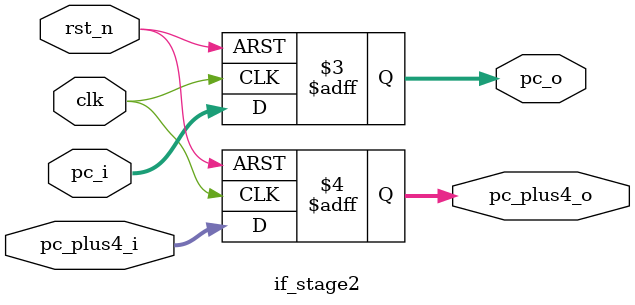
<source format=sv>
`timescale 1ns / 1ps

module if_stage2 #(
  parameter DATA_WIDTH = 32
) (
  input logic clk,
  input logic rst_n,
  input logic [DATA_WIDTH-1:0] pc_i,
  input logic [DATA_WIDTH-1:0] pc_plus4_i,

  output logic [DATA_WIDTH-1:0] pc_o,
  output logic [DATA_WIDTH-1:0] pc_plus4_o
);

always_ff @(posedge clk or negedge rst_n) begin
  if (!rst_n) begin
    pc_o       <= '0;
    pc_plus4_o <= '0;
  end else begin
    pc_o       <= pc_i;
    pc_plus4_o <= pc_plus4_i;
  end
end

endmodule

</source>
